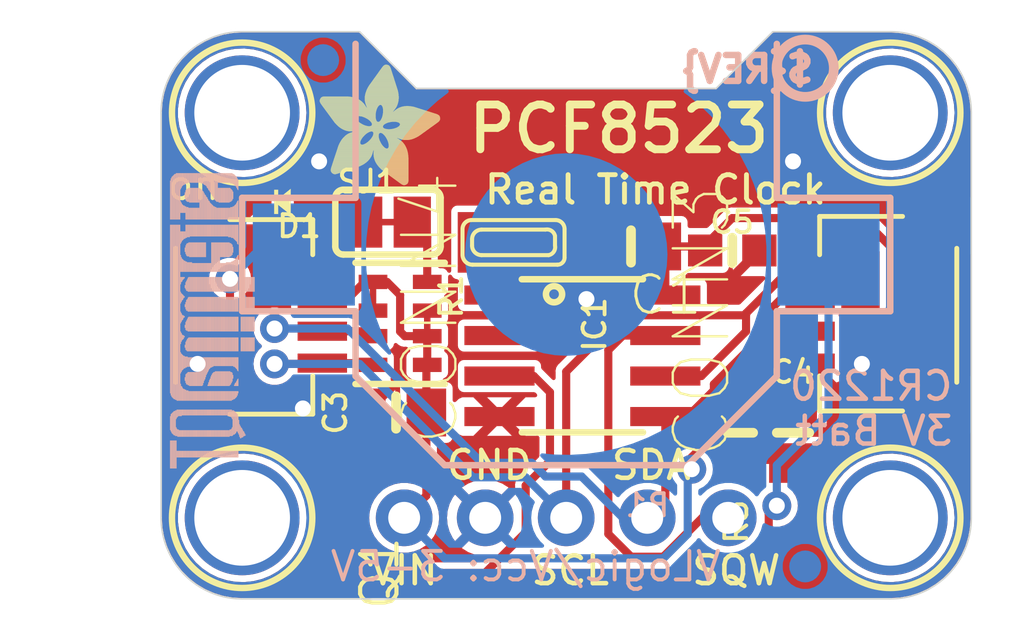
<source format=kicad_pcb>
(kicad_pcb (version 20221018) (generator pcbnew)
  (layers (0 "F.Cu" signal) (1 "In1.Cu" signal) (2 "In2.Cu" signal) (3 "In3.Cu" signal) (4 "In4.Cu" signal) (5 "In5.Cu" signal) (6 "In6.Cu" signal) (7 "In7.Cu" signal) (8 "In8.Cu" signal) (9 "In9.Cu" signal) (10 "In10.Cu" signal) (11 "In11.Cu" signal) (12 "In12.Cu" signal) (13 "In13.Cu" signal) (14 "In14.Cu" signal) (31 "B.Cu" signal) (34 "B.Paste" user) (35 "F.Paste" user) (36 "B.SilkS" user "B.Silkscreen") (37 "F.SilkS" user "F.Silkscreen") (38 "B.Mask" user) (39 "F.Mask" user) (44 "Edge.Cuts" user))
  (net 0 "")
  (net 1 "GND")
  (net 2 "VCC")
  (net 3 "SDA")
  (net 4 "SCL")
  (net 5 "N$14")
  (net 6 "N$15")
  (net 7 "VBAT")
  (net 8 "SQW")
  (net 9 "VDD")
  (net 10 "N$4")
  (net 11 "N$1")
  (footprint "working:JST_SH4" (layer "F.Cu") (at 158.6611 105.0036 90)
    (fp_text reference "CONN3" (at -4.6 -5.9 90) (layer "F.SilkS") (effects (font (size 1.703222 1.703222) (thickness 0.074778)) (justify left)))
    (fp_text value "STEMMA_I2C_QT" hide)
    (pad "1" smd rect (at -1.5 -2.514 180) (size 1.55 0.6) (layers "F.Cu" "F.Paste" "F.Mask") (net 1 "GND"))
    (pad "2" smd rect (at -0.5 -2.514 180) (size 1.55 0.6) (layers "F.Cu" "F.Paste" "F.Mask") (net 2 "VCC"))
    (pad "3" smd rect (at 0.5 -2.514 180) (size 1.55 0.6) (layers "F.Cu" "F.Paste" "F.Mask") (net 3 "SDA"))
    (pad "4" smd rect (at 1.5 -2.514 180) (size 1.55 0.6) (layers "F.Cu" "F.Paste" "F.Mask") (net 4 "SCL"))
    (pad "MT1" smd rect (at -2.8 1.386 180) (size 1.8 1.2) (layers "F.Cu" "F.Paste" "F.Mask") (net 1 "GND"))
    (pad "MT2" smd rect (at 2.8 1.386 180) (size 1.8 1.2) (layers "F.Cu" "F.Paste" "F.Mask") (net 1 "GND"))
  )
  (footprint "working:CHIPLED_0603_NOOUTLINE" (layer "F.Cu") (at 139.6111 101.4476 90)
    (fp_text reference "D1" (at -0.762 1.27) (layer "F.SilkS") (effects (font (size 0.692831 0.692831) (thickness 0.119969)) (justify right)))
    (fp_text value "GREEN")
    (pad "A" smd rect (at 0 0.75 90) (size 0.8 0.8) (layers "F.Cu" "F.Paste" "F.Mask") (net 10 "N$4"))
    (pad "C" smd rect (at 0 -0.75 90) (size 0.8 0.8) (layers "F.Cu" "F.Paste" "F.Mask") (net 1 "GND"))
  )
  (footprint "working:ADAFRUIT_3.5MM" (layer "F.Cu") (at 140.7541 100.9396)
    (fp_text reference "U$22" hide)
    (fp_text value "" hide)
  )
  (footprint "working:0603-NO" (layer "F.Cu") (at 153.9621 108.6866 -90)
    (fp_text reference "R3" (at 2.032 0.127 90) (layer "F.SilkS") (effects (font (size 0.692831 0.692831) (thickness 0.119969)) (justify right)))
    (fp_text value "1K")
    (pad "1" smd rect (at -0.85 0 270) (size 1.075 1) (layers "F.Cu" "F.Paste" "F.Mask") (net 2 "VCC"))
    (pad "2" smd rect (at 0.85 0 270) (size 1.075 1) (layers "F.Cu" "F.Paste" "F.Mask") (net 9 "VDD"))
  )
  (footprint "working:SOIC8_150MIL" (layer "F.Cu") (at 149.0091 106.2736 -90)
    (fp_text reference "IC1" (at -1.905 -0.381 90) (layer "F.SilkS") (effects (font (size 0.692831 0.692831) (thickness 0.119969)) (justify right)))
    (fp_text value "RTC_PCF8523T")
    (pad "1" smd rect (at -1.905 2.6 270) (size 0.6 2.2) (layers "F.Cu" "F.Paste" "F.Mask") (net 5 "N$14"))
    (pad "2" smd rect (at -0.635 2.6 270) (size 0.6 2.2) (layers "F.Cu" "F.Paste" "F.Mask") (net 6 "N$15"))
    (pad "3" smd rect (at 0.635 2.6 270) (size 0.6 2.2) (layers "F.Cu" "F.Paste" "F.Mask") (net 7 "VBAT"))
    (pad "4" smd rect (at 1.905 2.6 270) (size 0.6 2.2) (layers "F.Cu" "F.Paste" "F.Mask") (net 1 "GND"))
    (pad "5" smd rect (at 1.905 -2.6 270) (size 0.6 2.2) (layers "F.Cu" "F.Paste" "F.Mask") (net 3 "SDA"))
    (pad "6" smd rect (at 0.635 -2.6 270) (size 0.6 2.2) (layers "F.Cu" "F.Paste" "F.Mask") (net 4 "SCL"))
    (pad "7" smd rect (at -0.635 -2.6 270) (size 0.6 2.2) (layers "F.Cu" "F.Paste" "F.Mask") (net 8 "SQW"))
    (pad "8" smd rect (at -1.905 -2.6 270) (size 0.6 2.2) (layers "F.Cu" "F.Paste" "F.Mask") (net 9 "VDD"))
  )
  (footprint "working:RESPACK_4X0603" (layer "F.Cu") (at 143.2941 105.2576 -90)
    (fp_text reference "R1" (at -1.6 -1.6 90) (layer "F.SilkS") (effects (font (size 0.692831 0.692831) (thickness 0.119969)) (justify right)))
    (fp_text value "10K")
    (pad "1" smd rect (at -1.3 0.85 270) (size 0.45 0.9) (layers "F.Cu" "F.Paste" "F.Mask") (net 2 "VCC"))
    (pad "2" smd rect (at -0.4 0.85 270) (size 0.45 0.9) (layers "F.Cu" "F.Paste" "F.Mask") (net 2 "VCC"))
    (pad "3" smd rect (at 0.4 0.85 270) (size 0.45 0.9) (layers "F.Cu" "F.Paste" "F.Mask") (net 3 "SDA"))
    (pad "4" smd rect (at 1.3 0.85 270) (size 0.45 0.9) (layers "F.Cu" "F.Paste" "F.Mask") (net 4 "SCL"))
    (pad "5" smd rect (at 1.3 -0.85 270) (size 0.45 0.9) (layers "F.Cu" "F.Paste" "F.Mask") (net 2 "VCC"))
    (pad "6" smd rect (at 0.4 -0.85 270) (size 0.45 0.9) (layers "F.Cu" "F.Paste" "F.Mask") (net 2 "VCC"))
    (pad "7" smd rect (at -0.4 -0.85 270) (size 0.45 0.9) (layers "F.Cu" "F.Paste" "F.Mask") (net 2 "VCC"))
    (pad "8" smd rect (at -1.3 -0.85 270) (size 0.45 0.9) (layers "F.Cu" "F.Paste" "F.Mask") (net 11 "N$1"))
  )
  (footprint "working:MOUNTINGHOLE_3.0_PLATEDTHIN" (layer "F.Cu") (at 138.3411 111.3536)
    (fp_text reference "U$19" hide)
    (fp_text value "MOUNTINGHOLE3.0THIN" hide)
    (pad "P$1" thru_hole circle (at 0 0) (size 3.6 3.6) (drill 3) (layers "*.Cu" "*.Mask"))
    (zone (net 0) (net_name "") (layer "F.Cu") (connect_pads (clearance 0)) (min_thickness 0.25)
      (keepout (tracks not_allowed) (vias not_allowed) (pads not_allowed) (copperpour not_allowed) (footprints allowed))
      (fill (thermal_gap 0.5) (thermal_bridge_width 0.5))
      (polygon (pts (xy 140.3571 111.3536) (xy 140.33748 111.073027) (xy 140.279004 110.797915) (xy 140.182808 110.533619) (xy 140.050765 110.285283) (xy 139.885446 110.05774) (xy 139.690067 109.85542) (xy 139.468433 109.68226) (xy 139.224856 109.541631) (xy 138.964078 109.43627) (xy 138.691175 109.368228) (xy 138.411457 109.338828) (xy 138.130371 109.348644) (xy 137.853385 109.397484) (xy 137.585893 109.484397) (xy 137.3331 109.607693) (xy 137.099926 109.76497) (xy 136.890911 109.953169) (xy 136.710122 110.168625) (xy 136.561078 110.407145) (xy 136.44668 110.664087) (xy 136.369154 110.93445) (xy 136.330011 111.212971) (xy 136.330011 111.494229) (xy 136.369154 111.77275) (xy 136.44668 112.043113) (xy 136.561078 112.300055) (xy 136.710122 112.538575) (xy 136.890911 112.754031) (xy 137.099926 112.94223) (xy 137.3331 113.099507) (xy 137.585893 113.222803) (xy 137.853385 113.309716) (xy 138.130371 113.358556) (xy 138.411457 113.368372) (xy 138.691175 113.338972) (xy 138.964078 113.27093) (xy 139.224856 113.165569) (xy 139.468433 113.02494) (xy 139.690067 112.85178) (xy 139.885446 112.64946) (xy 140.050765 112.421917) (xy 140.182808 112.173581) (xy 140.279004 111.909285) (xy 140.33748 111.634173)))
      (polygon (pts (xy 138.3251 111.3536) (xy 138.329786 111.364914) (xy 138.3411 111.3696) (xy 138.352414 111.364914) (xy 138.3571 111.3536) (xy 138.352414 111.342286) (xy 138.3411 111.3376) (xy 138.329786 111.342286)))
    )
    (zone (net 0) (net_name "") (layer "B.Cu") (connect_pads (clearance 0)) (min_thickness 0.25)
      (keepout (tracks not_allowed) (vias not_allowed) (pads not_allowed) (copperpour not_allowed) (footprints allowed))
      (fill (thermal_gap 0.5) (thermal_bridge_width 0.5))
      (polygon (pts (xy 140.3571 111.3536) (xy 140.33748 111.073027) (xy 140.279004 110.797915) (xy 140.182808 110.533619) (xy 140.050765 110.285283) (xy 139.885446 110.05774) (xy 139.690067 109.85542) (xy 139.468433 109.68226) (xy 139.224856 109.541631) (xy 138.964078 109.43627) (xy 138.691175 109.368228) (xy 138.411457 109.338828) (xy 138.130371 109.348644) (xy 137.853385 109.397484) (xy 137.585893 109.484397) (xy 137.3331 109.607693) (xy 137.099926 109.76497) (xy 136.890911 109.953169) (xy 136.710122 110.168625) (xy 136.561078 110.407145) (xy 136.44668 110.664087) (xy 136.369154 110.93445) (xy 136.330011 111.212971) (xy 136.330011 111.494229) (xy 136.369154 111.77275) (xy 136.44668 112.043113) (xy 136.561078 112.300055) (xy 136.710122 112.538575) (xy 136.890911 112.754031) (xy 137.099926 112.94223) (xy 137.3331 113.099507) (xy 137.585893 113.222803) (xy 137.853385 113.309716) (xy 138.130371 113.358556) (xy 138.411457 113.368372) (xy 138.691175 113.338972) (xy 138.964078 113.27093) (xy 139.224856 113.165569) (xy 139.468433 113.02494) (xy 139.690067 112.85178) (xy 139.885446 112.64946) (xy 140.050765 112.421917) (xy 140.182808 112.173581) (xy 140.279004 111.909285) (xy 140.33748 111.634173)))
      (polygon (pts (xy 138.3251 111.3536) (xy 138.329786 111.364914) (xy 138.3411 111.3696) (xy 138.352414 111.364914) (xy 138.3571 111.3536) (xy 138.352414 111.342286) (xy 138.3411 111.3376) (xy 138.329786 111.342286)))
    )
  )
  (footprint "working:0805-NO" (layer "F.Cu") (at 155.6131 108.6866 90)
    (fp_text reference "C4" (at 1.905 -0.762) (layer "F.SilkS") (effects (font (size 0.692831 0.692831) (thickness 0.119969)) (justify left)))
    (fp_text value "10uF")
    (pad "1" smd rect (at -0.95 0 90) (size 1.24 1.5) (layers "F.Cu" "F.Paste" "F.Mask") (net 9 "VDD"))
    (pad "2" smd rect (at 0.95 0 90) (size 1.24 1.5) (layers "F.Cu" "F.Paste" "F.Mask") (net 1 "GND"))
  )
  (footprint "working:SOLDERJUMPER_CLOSEDWIRE" (layer "F.Cu") (at 142.9131 102.0826)
    (fp_text reference "SJ1" (at -1.651 -1.27) (layer "F.SilkS") (effects (font (size 0.692831 0.692831) (thickness 0.119969)) (justify left)))
    (fp_text value "")
    (pad "1" smd rect (at -0.762 0) (size 1.1684 1.6002) (layers "F.Cu") (net 10 "N$4"))
    (pad "2" smd rect (at 0.762 0) (size 1.1684 1.6002) (layers "F.Cu") (net 11 "N$1"))
    (pad "WIRE" smd rect (at 0 0 180) (size 0.635 0.2032) (layers "F.Cu"))
  )
  (footprint "working:1X05_ROUND_70" (layer "F.Cu") (at 148.5011 111.3536 180)
    (fp_text reference "JP2" hide)
    (fp_text value "")
    (pad "1" thru_hole circle (at -5.08 0 270) (size 1.778 1.778) (drill 1) (layers "*.Cu" "*.Mask") (net 8 "SQW"))
    (pad "2" thru_hole circle (at -2.54 0 270) (size 1.778 1.778) (drill 1) (layers "*.Cu" "*.Mask") (net 3 "SDA"))
    (pad "3" thru_hole circle (at 0 0 270) (size 1.778 1.778) (drill 1) (layers "*.Cu" "*.Mask") (net 4 "SCL"))
    (pad "4" thru_hole circle (at 2.54 0 270) (size 1.778 1.778) (drill 1) (layers "*.Cu" "*.Mask") (net 1 "GND"))
    (pad "5" thru_hole circle (at 5.08 0 270) (size 1.778 1.778) (drill 1) (layers "*.Cu" "*.Mask") (net 2 "VCC"))
  )
  (footprint "working:MOUNTINGHOLE_3.0_PLATEDTHIN" (layer "F.Cu") (at 158.6611 111.3536)
    (fp_text reference "U$21" hide)
    (fp_text value "MOUNTINGHOLE3.0THIN" hide)
    (pad "P$1" thru_hole circle (at 0 0) (size 3.6 3.6) (drill 3) (layers "*.Cu" "*.Mask"))
    (zone (net 0) (net_name "") (layer "F.Cu") (connect_pads (clearance 0)) (min_thickness 0.25)
      (keepout (tracks not_allowed) (vias not_allowed) (pads not_allowed) (copperpour not_allowed) (footprints allowed))
      (fill (thermal_gap 0.5) (thermal_bridge_width 0.5))
      (polygon (pts (xy 160.6771 111.3536) (xy 160.65748 111.073027) (xy 160.599004 110.797915) (xy 160.502808 110.533619) (xy 160.370765 110.285283) (xy 160.205446 110.05774) (xy 160.010067 109.85542) (xy 159.788433 109.68226) (xy 159.544856 109.541631) (xy 159.284078 109.43627) (xy 159.011175 109.368228) (xy 158.731457 109.338828) (xy 158.450371 109.348644) (xy 158.173385 109.397484) (xy 157.905893 109.484397) (xy 157.6531 109.607693) (xy 157.419926 109.76497) (xy 157.210911 109.953169) (xy 157.030122 110.168625) (xy 156.881078 110.407145) (xy 156.76668 110.664087) (xy 156.689154 110.93445) (xy 156.650011 111.212971) (xy 156.650011 111.494229) (xy 156.689154 111.77275) (xy 156.76668 112.043113) (xy 156.881078 112.300055) (xy 157.030122 112.538575) (xy 157.210911 112.754031) (xy 157.419926 112.94223) (xy 157.6531 113.099507) (xy 157.905893 113.222803) (xy 158.173385 113.309716) (xy 158.450371 113.358556) (xy 158.731457 113.368372) (xy 159.011175 113.338972) (xy 159.284078 113.27093) (xy 159.544856 113.165569) (xy 159.788433 113.02494) (xy 160.010067 112.85178) (xy 160.205446 112.64946) (xy 160.370765 112.421917) (xy 160.502808 112.173581) (xy 160.599004 111.909285) (xy 160.65748 111.634173)))
      (polygon (pts (xy 158.6451 111.3536) (xy 158.649786 111.364914) (xy 158.6611 111.3696) (xy 158.672414 111.364914) (xy 158.6771 111.3536) (xy 158.672414 111.342286) (xy 158.6611 111.3376) (xy 158.649786 111.342286)))
    )
    (zone (net 0) (net_name "") (layer "B.Cu") (connect_pads (clearance 0)) (min_thickness 0.25)
      (keepout (tracks not_allowed) (vias not_allowed) (pads not_allowed) (copperpour not_allowed) (footprints allowed))
      (fill (thermal_gap 0.5) (thermal_bridge_width 0.5))
      (polygon (pts (xy 160.6771 111.3536) (xy 160.65748 111.073027) (xy 160.599004 110.797915) (xy 160.502808 110.533619) (xy 160.370765 110.285283) (xy 160.205446 110.05774) (xy 160.010067 109.85542) (xy 159.788433 109.68226) (xy 159.544856 109.541631) (xy 159.284078 109.43627) (xy 159.011175 109.368228) (xy 158.731457 109.338828) (xy 158.450371 109.348644) (xy 158.173385 109.397484) (xy 157.905893 109.484397) (xy 157.6531 109.607693) (xy 157.419926 109.76497) (xy 157.210911 109.953169) (xy 157.030122 110.168625) (xy 156.881078 110.407145) (xy 156.76668 110.664087) (xy 156.689154 110.93445) (xy 156.650011 111.212971) (xy 156.650011 111.494229) (xy 156.689154 111.77275) (xy 156.76668 112.043113) (xy 156.881078 112.300055) (xy 157.030122 112.538575) (xy 157.210911 112.754031) (xy 157.419926 112.94223) (xy 157.6531 113.099507) (xy 157.905893 113.222803) (xy 158.173385 113.309716) (xy 158.450371 113.358556) (xy 158.731457 113.368372) (xy 159.011175 113.338972) (xy 159.284078 113.27093) (xy 159.544856 113.165569) (xy 159.788433 113.02494) (xy 160.010067 112.85178) (xy 160.205446 112.64946) (xy 160.370765 112.421917) (xy 160.502808 112.173581) (xy 160.599004 111.909285) (xy 160.65748 111.634173)))
      (polygon (pts (xy 158.6451 111.3536) (xy 158.649786 111.364914) (xy 158.6611 111.3696) (xy 158.672414 111.364914) (xy 158.6771 111.3536) (xy 158.672414 111.342286) (xy 158.6611 111.3376) (xy 158.649786 111.342286)))
    )
  )
  (footprint "working:FIDUCIAL_1MM" (layer "F.Cu") (at 142.2781 109.8296)
    (fp_text reference "FID3" hide)
    (fp_text value "FIDUCIAL_1MM" hide)
    (pad "1" smd roundrect (at 0 0) (size 1 1) (layers "F.Cu" "F.Mask") (roundrect_rratio 0.5))
  )
  (footprint "working:FIDUCIAL_1MM" (layer "F.Cu") (at 155.3591 97.3836)
    (fp_text reference "FID4" hide)
    (fp_text value "FIDUCIAL_1MM" hide)
    (pad "1" smd roundrect (at 0 0) (size 1 1) (layers "F.Cu" "F.Mask") (roundrect_rratio 0.5))
  )
  (footprint "working:0805-NO" (layer "F.Cu") (at 143.1671 108.0516 180)
    (fp_text reference "C3" (at 1.905 -0.762 90) (layer "F.SilkS") (effects (font (size 0.692831 0.692831) (thickness 0.119969)) (justify left)))
    (fp_text value "10uF")
    (pad "1" smd rect (at -0.95 0 180) (size 1.24 1.5) (layers "F.Cu" "F.Paste" "F.Mask") (net 2 "VCC"))
    (pad "2" smd rect (at 0.95 0 180) (size 1.24 1.5) (layers "F.Cu" "F.Paste" "F.Mask") (net 1 "GND"))
  )
  (footprint "working:MOUNTINGHOLE_3.0_PLATEDTHIN" (layer "F.Cu") (at 158.6611 98.6536)
    (fp_text reference "U$17" hide)
    (fp_text value "MOUNTINGHOLE3.0THIN" hide)
    (pad "P$1" thru_hole circle (at 0 0) (size 3.6 3.6) (drill 3) (layers "*.Cu" "*.Mask"))
    (zone (net 0) (net_name "") (layer "F.Cu") (connect_pads (clearance 0)) (min_thickness 0.25)
      (keepout (tracks not_allowed) (vias not_allowed) (pads not_allowed) (copperpour not_allowed) (footprints allowed))
      (fill (thermal_gap 0.5) (thermal_bridge_width 0.5))
      (polygon (pts (xy 160.6771 98.6536) (xy 160.65748 98.373027) (xy 160.599004 98.097915) (xy 160.502808 97.833619) (xy 160.370765 97.585283) (xy 160.205446 97.35774) (xy 160.010067 97.15542) (xy 159.788433 96.98226) (xy 159.544856 96.841631) (xy 159.284078 96.73627) (xy 159.011175 96.668228) (xy 158.731457 96.638828) (xy 158.450371 96.648644) (xy 158.173385 96.697484) (xy 157.905893 96.784397) (xy 157.6531 96.907693) (xy 157.419926 97.06497) (xy 157.210911 97.253169) (xy 157.030122 97.468625) (xy 156.881078 97.707145) (xy 156.76668 97.964087) (xy 156.689154 98.23445) (xy 156.650011 98.512971) (xy 156.650011 98.794229) (xy 156.689154 99.07275) (xy 156.76668 99.343113) (xy 156.881078 99.600055) (xy 157.030122 99.838575) (xy 157.210911 100.054031) (xy 157.419926 100.24223) (xy 157.6531 100.399507) (xy 157.905893 100.522803) (xy 158.173385 100.609716) (xy 158.450371 100.658556) (xy 158.731457 100.668372) (xy 159.011175 100.638972) (xy 159.284078 100.57093) (xy 159.544856 100.465569) (xy 159.788433 100.32494) (xy 160.010067 100.15178) (xy 160.205446 99.94946) (xy 160.370765 99.721917) (xy 160.502808 99.473581) (xy 160.599004 99.209285) (xy 160.65748 98.934173)))
      (polygon (pts (xy 158.6451 98.6536) (xy 158.649786 98.664914) (xy 158.6611 98.6696) (xy 158.672414 98.664914) (xy 158.6771 98.6536) (xy 158.672414 98.642286) (xy 158.6611 98.6376) (xy 158.649786 98.642286)))
    )
    (zone (net 0) (net_name "") (layer "B.Cu") (connect_pads (clearance 0)) (min_thickness 0.25)
      (keepout (tracks not_allowed) (vias not_allowed) (pads not_allowed) (copperpour not_allowed) (footprints allowed))
      (fill (thermal_gap 0.5) (thermal_bridge_width 0.5))
      (polygon (pts (xy 160.6771 98.6536) (xy 160.65748 98.373027) (xy 160.599004 98.097915) (xy 160.502808 97.833619) (xy 160.370765 97.585283) (xy 160.205446 97.35774) (xy 160.010067 97.15542) (xy 159.788433 96.98226) (xy 159.544856 96.841631) (xy 159.284078 96.73627) (xy 159.011175 96.668228) (xy 158.731457 96.638828) (xy 158.450371 96.648644) (xy 158.173385 96.697484) (xy 157.905893 96.784397) (xy 157.6531 96.907693) (xy 157.419926 97.06497) (xy 157.210911 97.253169) (xy 157.030122 97.468625) (xy 156.881078 97.707145) (xy 156.76668 97.964087) (xy 156.689154 98.23445) (xy 156.650011 98.512971) (xy 156.650011 98.794229) (xy 156.689154 99.07275) (xy 156.76668 99.343113) (xy 156.881078 99.600055) (xy 157.030122 99.838575) (xy 157.210911 100.054031) (xy 157.419926 100.24223) (xy 157.6531 100.399507) (xy 157.905893 100.522803) (xy 158.173385 100.609716) (xy 158.450371 100.658556) (xy 158.731457 100.668372) (xy 159.011175 100.638972) (xy 159.284078 100.57093) (xy 159.544856 100.465569) (xy 159.788433 100.32494) (xy 160.010067 100.15178) (xy 160.205446 99.94946) (xy 160.370765 99.721917) (xy 160.502808 99.473581) (xy 160.599004 99.209285) (xy 160.65748 98.934173)))
      (polygon (pts (xy 158.6451 98.6536) (xy 158.649786 98.664914) (xy 158.6611 98.6696) (xy 158.672414 98.664914) (xy 158.6771 98.6536) (xy 158.672414 98.642286) (xy 158.6611 98.6376) (xy 158.649786 98.642286)))
    )
  )
  (footprint "working:0603-NO" (layer "F.Cu") (at 153.7081 102.9716)
    (fp_text reference "C5" (at -0.762 -0.889) (layer "F.SilkS") (effects (font (size 0.692831 0.692831) (thickness 0.119969)) (justify left)))
    (fp_text value "0.1uF")
    (pad "1" smd rect (at -0.85 0) (size 1.075 1) (layers "F.Cu" "F.Paste" "F.Mask") (net 9 "VDD"))
    (pad "2" smd rect (at 0.85 0) (size 1.075 1) (layers "F.Cu" "F.Paste" "F.Mask") (net 1 "GND"))
  )
  (footprint "working:XTAL3215" (layer "F.Cu") (at 146.8501 102.7176 180)
    (fp_text reference "Q1" (at 4.191 -9.144 90) (layer "F.SilkS") (effects (font (size 1.139139 1.139139) (thickness 0.130861)) (justify right)))
    (fp_text value "32.768")
    (pad "P$1" smd rect (at 1.2 0 180) (size 1.1 1.9) (layers "F.Cu" "F.Paste" "F.Mask") (net 5 "N$14"))
    (pad "P$2" smd rect (at -1.2 0) (size 1.1 1.9) (layers "F.Cu" "F.Paste" "F.Mask") (net 6 "N$15"))
  )
  (footprint "working:MOUNTINGHOLE_3.0_PLATEDTHIN" (layer "F.Cu") (at 138.3411 98.6536)
    (fp_text reference "U$9" hide)
    (fp_text value "MOUNTINGHOLE3.0THIN" hide)
    (pad "P$1" thru_hole circle (at 0 0) (size 3.6 3.6) (drill 3) (layers "*.Cu" "*.Mask"))
    (zone (net 0) (net_name "") (layer "F.Cu") (connect_pads (clearance 0)) (min_thickness 0.25)
      (keepout (tracks not_allowed) (vias not_allowed) (pads not_allowed) (copperpour not_allowed) (footprints allowed))
      (fill (thermal_gap 0.5) (thermal_bridge_width 0.5))
      (polygon (pts (xy 140.3571 98.6536) (xy 140.33748 98.373027) (xy 140.279004 98.097915) (xy 140.182808 97.833619) (xy 140.050765 97.585283) (xy 139.885446 97.35774) (xy 139.690067 97.15542) (xy 139.468433 96.98226) (xy 139.224856 96.841631) (xy 138.964078 96.73627) (xy 138.691175 96.668228) (xy 138.411457 96.638828) (xy 138.130371 96.648644) (xy 137.853385 96.697484) (xy 137.585893 96.784397) (xy 137.3331 96.907693) (xy 137.099926 97.06497) (xy 136.890911 97.253169) (xy 136.710122 97.468625) (xy 136.561078 97.707145) (xy 136.44668 97.964087) (xy 136.369154 98.23445) (xy 136.330011 98.512971) (xy 136.330011 98.794229) (xy 136.369154 99.07275) (xy 136.44668 99.343113) (xy 136.561078 99.600055) (xy 136.710122 99.838575) (xy 136.890911 100.054031) (xy 137.099926 100.24223) (xy 137.3331 100.399507) (xy 137.585893 100.522803) (xy 137.853385 100.609716) (xy 138.130371 100.658556) (xy 138.411457 100.668372) (xy 138.691175 100.638972) (xy 138.964078 100.57093) (xy 139.224856 100.465569) (xy 139.468433 100.32494) (xy 139.690067 100.15178) (xy 139.885446 99.94946) (xy 140.050765 99.721917) (xy 140.182808 99.473581) (xy 140.279004 99.209285) (xy 140.33748 98.934173)))
      (polygon (pts (xy 138.3251 98.6536) (xy 138.329786 98.664914) (xy 138.3411 98.6696) (xy 138.352414 98.664914) (xy 138.3571 98.6536) (xy 138.352414 98.642286) (xy 138.3411 98.6376) (xy 138.329786 98.642286)))
    )
    (zone (net 0) (net_name "") (layer "B.Cu") (connect_pads (clearance 0)) (min_thickness 0.25)
      (keepout (tracks not_allowed) (vias not_allowed) (pads not_allowed) (copperpour not_allowed) (footprints allowed))
      (fill (thermal_gap 0.5) (thermal_bridge_width 0.5))
      (polygon (pts (xy 140.3571 98.6536) (xy 140.33748 98.373027) (xy 140.279004 98.097915) (xy 140.182808 97.833619) (xy 140.050765 97.585283) (xy 139.885446 97.35774) (xy 139.690067 97.15542) (xy 139.468433 96.98226) (xy 139.224856 96.841631) (xy 138.964078 96.73627) (xy 138.691175 96.668228) (xy 138.411457 96.638828) (xy 138.130371 96.648644) (xy 137.853385 96.697484) (xy 137.585893 96.784397) (xy 137.3331 96.907693) (xy 137.099926 97.06497) (xy 136.890911 97.253169) (xy 136.710122 97.468625) (xy 136.561078 97.707145) (xy 136.44668 97.964087) (xy 136.369154 98.23445) (xy 136.330011 98.512971) (xy 136.330011 98.794229) (xy 136.369154 99.07275) (xy 136.44668 99.343113) (xy 136.561078 99.600055) (xy 136.710122 99.838575) (xy 136.890911 100.054031) (xy 137.099926 100.24223) (xy 137.3331 100.399507) (xy 137.585893 100.522803) (xy 137.853385 100.609716) (xy 138.130371 100.658556) (xy 138.411457 100.668372) (xy 138.691175 100.638972) (xy 138.964078 100.57093) (xy 139.224856 100.465569) (xy 139.468433 100.32494) (xy 139.690067 100.15178) (xy 139.885446 99.94946) (xy 140.050765 99.721917) (xy 140.182808 99.473581) (xy 140.279004 99.209285) (xy 140.33748 98.934173)))
      (polygon (pts (xy 138.3251 98.6536) (xy 138.329786 98.664914) (xy 138.3411 98.6696) (xy 138.352414 98.664914) (xy 138.3571 98.6536) (xy 138.352414 98.642286) (xy 138.3411 98.6376) (xy 138.329786 98.642286)))
    )
  )
  (footprint "working:JST_SH4" (layer "F.Cu") (at 138.3411 105.0036 -90)
    (fp_text reference "CONN4" (at -4.6 -5.9 90) (layer "F.SilkS") (effects (font (size 1.703222 1.703222) (thickness 0.074778)) (justify right)))
    (fp_text value "STEMMA_I2C_QT" hide)
    (pad "1" smd rect (at -1.5 -2.514) (size 1.55 0.6) (layers "F.Cu" "F.Paste" "F.Mask") (net 1 "GND"))
    (pad "2" smd rect (at -0.5 -2.514) (size 1.55 0.6) (layers "F.Cu" "F.Paste" "F.Mask") (net 2 "VCC"))
    (pad "3" smd rect (at 0.5 -2.514) (size 1.55 0.6) (layers "F.Cu" "F.Paste" "F.Mask") (net 3 "SDA"))
    (pad "4" smd rect (at 1.5 -2.514) (size 1.55 0.6) (layers "F.Cu" "F.Paste" "F.Mask") (net 4 "SCL"))
    (pad "MT1" smd rect (at -2.8 1.386) (size 1.8 1.2) (layers "F.Cu" "F.Paste" "F.Mask") (net 1 "GND"))
    (pad "MT2" smd rect (at 2.8 1.386) (size 1.8 1.2) (layers "F.Cu" "F.Paste" "F.Mask") (net 1 "GND"))
  )
  (footprint "working:0805-NO" (layer "F.Cu") (at 150.5331 102.8446 180)
    (fp_text reference "C1" (at -2.286 -1.524) (layer "F.SilkS") (effects (font (size 1.176691 1.176691) (thickness 0.093309)) (justify right)))
    (fp_text value "10uF")
    (pad "1" smd rect (at -0.95 0 180) (size 1.24 1.5) (layers "F.Cu" "F.Paste" "F.Mask") (net 9 "VDD"))
    (pad "2" smd rect (at 0.95 0 180) (size 1.24 1.5) (layers "F.Cu" "F.Paste" "F.Mask") (net 1 "GND"))
  )
  (footprint "working:FIDUCIAL_1MM" (layer "B.Cu") (at 140.8811 97.0026 180)
    (fp_text reference "FID1" hide)
    (fp_text value "FIDUCIAL_1MM" hide)
    (pad "1" smd roundrect (at 0 0 180) (size 1 1) (layers "B.Cu" "B.Mask") (roundrect_rratio 0.5))
  )
  (footprint "working:FIDUCIAL_1MM" (layer "B.Cu") (at 155.9941 112.8776 180)
    (fp_text reference "FID2" hide)
    (fp_text value "FIDUCIAL_1MM" hide)
    (pad "1" smd roundrect (at 0 0 180) (size 1 1) (layers "B.Cu" "B.Mask") (roundrect_rratio 0.5))
  )
  (footprint "working:PCBFEAT-REV-040" (layer "B.Cu") (at 155.9941 97.2566 180)
    (fp_text reference "U$25" hide)
    (fp_text value "" hide)
    (fp_text user "${REV}" (at -0.3556 -0.508) (layer "B.SilkS") (effects (font (size 0.8128 0.8128) (thickness 0.2032)) (justify left bottom mirror)))
  )
  (footprint "working:STEMMAQT" (layer "B.Cu") (at 138.7221 100.5586 -90)
    (fp_text reference "U$31" hide)
    (fp_text value "" hide)
  )
  (footprint "working:CR1220" (layer "B.Cu") (at 148.5011 103.0986 180)
    (fp_text reference "B1" (at -3.302 -7.86) (layer "B.SilkS") (effects (font (size 0.692831 0.692831) (thickness 0.119969)) (justify left mirror)))
    (fp_text value "CR1220")
    (pad "+$1" smd rect (at -8.2254 0 180) (size 3.2 3.2) (layers "B.Cu" "B.Paste" "B.Mask") (net 7 "VBAT"))
    (pad "+$2" smd rect (at 8.2254 0 180) (size 3.2 3.2) (layers "B.Cu" "B.Paste" "B.Mask") (net 7 "VBAT"))
    (pad "-" smd roundrect (at 0 0 180) (size 6.35 6.35) (layers "B.Cu" "B.Mask") (roundrect_rratio 0.5) (net 1 "GND"))
    (zone (net 0) (net_name "") (layer "B.Cu") (connect_pads (clearance 0)) (min_thickness 0.25)
      (keepout (tracks not_allowed) (vias not_allowed) (pads not_allowed) (copperpour not_allowed) (footprints allowed))
      (fill (thermal_gap 0.5) (thermal_bridge_width 0.5))
      (polygon (pts (xy 142.218985 103.0986) (xy 142.238844 102.599485) (xy 142.298295 102.103525) (xy 142.396961 101.613857) (xy 142.534221 101.133576) (xy 142.709204 100.665718) (xy 142.920806 100.213242) (xy 143.167689 99.779007) (xy 143.448291 99.365761) (xy 143.760838 98.976114) (xy 144.103355 98.612532) (xy 144.473676 98.277311) (xy 144.86946 97.972573) (xy 145.288204 97.700242) (xy 145.72726 97.462042) (xy 146.183854 97.259478) (xy 146.655099 97.093831) (xy 147.138014 96.966148) (xy 147.629547 96.877236) (xy 148.126591 96.827658) (xy 148.626002 96.817727) (xy 149.124624 96.847505) (xy 149.619303 96.916805) (xy 150.106913 97.025188) (xy 150.58437 97.171969) (xy 151.048657 97.35622) (xy 151.496836 97.576777) (xy 151.926076 97.832244) (xy 152.333662 98.121007) (xy 152.717018 98.441239) (xy 153.073718 98.790917) (xy 153.40151 99.16783) (xy 153.698319 99.569594) (xy 153.96227 99.99367) (xy 154.191694 100.437376) (xy 154.385139 100.897907) (xy 154.541384 101.372352) (xy 154.659441 101.85771) (xy 154.738562 102.350914) (xy 154.778248 102.848845) (xy 154.778248 103.348355) (xy 154.738562 103.846286) (xy 154.659441 104.33949) (xy 154.541384 104.824848) (xy 154.385139 105.299293) (xy 154.191694 105.759824) (xy 153.96227 106.20353) (xy 153.698319 106.627606) (xy 153.40151 107.02937) (xy 153.073718 107.406283) (xy 152.717018 107.755961) (xy 152.333662 108.076193) (xy 151.926076 108.364956) (xy 151.496836 108.620423) (xy 151.048657 108.84098) (xy 150.58437 109.025231) (xy 150.106913 109.172012) (xy 149.619303 109.280395) (xy 149.124624 109.349695) (xy 148.626002 109.379473) (xy 148.126591 109.369542) (xy 147.629547 109.319964) (xy 147.138014 109.231052) (xy 146.655099 109.103369) (xy 146.183854 108.937722) (xy 145.72726 108.735158) (xy 145.288204 108.496958) (xy 144.86946 108.224627) (xy 144.473676 107.919889) (xy 144.103355 107.584668) (xy 143.760838 107.221086) (xy 143.448291 106.831439) (xy 143.167689 106.418193) (xy 142.920806 105.983958) (xy 142.709204 105.531482) (xy 142.534221 105.063624) (xy 142.396961 104.583343) (xy 142.298295 104.093675) (xy 142.238844 103.597715)))
    )
  )
  (gr_arc (start 158.6611 96.1136) (mid 160.457151 96.857549) (end 161.2011 98.6536) (stroke (width 0.05)) (layer "Edge.Cuts"))
  (gr_line (start 135.8011 98.6536) (end 135.8011 111.3536) (stroke (width 0.05)) (layer "Edge.Cuts"))
  (gr_line (start 138.3411 113.8936) (end 158.6611 113.8936) (stroke (width 0.05)) (layer "Edge.Cuts"))
  (gr_line (start 154.9781 96.1136) (end 153.2001 97.8916) (stroke (width 0.05)) (layer "Edge.Cuts"))
  (gr_arc (start 138.3411 113.8936) (mid 136.545049 113.149651) (end 135.8011 111.3536) (stroke (width 0.05)) (layer "Edge.Cuts"))
  (gr_line (start 142.0241 96.1136) (end 138.3411 96.1136) (stroke (width 0.05)) (layer "Edge.Cuts"))
  (gr_line (start 161.2011 111.3536) (end 161.2011 98.6536) (stroke (width 0.05)) (layer "Edge.Cuts"))
  (gr_line (start 158.6611 96.1136) (end 154.9781 96.1136) (stroke (width 0.05)) (layer "Edge.Cuts"))
  (gr_line (start 143.8021 97.8916) (end 142.0241 96.1136) (stroke (width 0.05)) (layer "Edge.Cuts"))
  (gr_line (start 153.2001 97.8916) (end 143.8021 97.8916) (stroke (width 0.05)) (layer "Edge.Cuts"))
  (gr_arc (start 135.8011 98.6536) (mid 136.545049 96.857549) (end 138.3411 96.1136) (stroke (width 0.05)) (layer "Edge.Cuts"))
  (gr_arc (start 161.2011 111.3536) (mid 160.457151 113.149651) (end 158.6611 113.8936) (stroke (width 0.05)) (layer "Edge.Cuts"))
  (gr_text "VLogic/Vcc: 3-5V" (at 147.2311 112.8776) (layer "B.SilkS") (effects (font (size 0.89408 0.89408) (thickness 0.12192)) (justify mirror)))
  (gr_text "CR1220\n3V Batt" (at 160.6931 107.9246) (layer "B.SilkS") (effects (font (size 0.87376 0.87376) (thickness 0.14224)) (justify left mirror)))
  (gr_text "VIN" (at 143.4211 113.0046) (layer "F.SilkS") (effects (font (size 0.87376 0.87376) (thickness 0.14224))))
  (gr_text "SQW" (at 153.8351 113.0046) (layer "F.SilkS") (effects (font (size 0.87376 0.87376) (thickness 0.14224))))
  (gr_text "GND" (at 146.0881 109.7026) (layer "F.SilkS") (effects (font (size 0.87376 0.87376) (thickness 0.14224))))
  (gr_text "SDA" (at 151.1681 109.7026) (layer "F.SilkS") (effects (font (size 0.87376 0.87376) (thickness 0.14224))))
  (gr_text "on" (at 135.9281 101.4476) (layer "F.SilkS") (effects (font (size 0.89408 0.89408) (thickness 0.12192)) (justify left bottom)))
  (gr_text "Real Time Clock" (at 151.2951 101.0666) (layer "F.SilkS") (effects (font (size 0.8636 0.8636) (thickness 0.1524))))
  (gr_text "SCL" (at 148.6281 113.0046) (layer "F.SilkS") (effects (font (size 0.87376 0.87376) (thickness 0.14224))))
  (gr_text "PCF8523" (at 150.1521 99.1616) (layer "F.SilkS") (effects (font (size 1.40335 1.40335) (thickness 0.24765))))
  (via (at 157.7721 106.5276) (size 0.9064) (drill 0.5) (layers "F.Cu" "B.Cu") (net 1))
  (via (at 140.2461 107.9246) (size 0.9064) (drill 0.5) (layers "F.Cu" "B.Cu") (net 1))
  (via (at 136.9441 106.5276) (size 0.9064) (drill 0.5) (layers "F.Cu" "B.Cu") (net 1))
  (via (at 155.6131 100.1776) (size 0.9064) (drill 0.5) (layers "F.Cu" "B.Cu") (net 1))
  (via (at 140.7541 100.1776) (size 0.9064) (drill 0.5) (layers "F.Cu" "B.Cu") (net 1))
  (via (at 149.1361 104.4956) (size 0.9064) (drill 0.5) (layers "F.Cu" "B.Cu") (net 1))
  (segment (start 149.1361 103.0986) (end 149.1361 104.4956) (width 0.254) (layer "B.Cu") (net 1))
  (segment (start 148.5011 103.0986) (end 149.1361 103.0986) (width 0.254) (layer "B.Cu") (net 1))
  (segment (start 153.9621 107.9246) (end 153.9621 107.8366) (width 0.254) (layer "F.Cu") (net 2))
  (segment (start 143.4401 105.6576) (end 144.1441 105.6576) (width 0.254) (layer "F.Cu") (net 2))
  (segment (start 144.1171 110.6576) (end 144.1171 108.0516) (width 0.254) (layer "F.Cu") (net 2))
  (segment (start 143.2941 105.5116) (end 143.4401 105.6576) (width 0.254) (layer "F.Cu") (net 2))
  (segment (start 144.1441 106.5576) (end 144.1171 106.5846) (width 0.254) (layer "F.Cu") (net 2))
  (segment (start 144.1171 110.6576) (end 143.4211 111.3536) (width 0.254) (layer "F.Cu") (net 2))
  (segment (start 153.9621 106.978707) (end 155.437206 105.5036) (width 0.254) (layer "F.Cu") (net 2))
  (segment (start 142.8831 103.9576) (end 143.2941 104.3686) (width 0.254) (layer "F.Cu") (net 2))
  (segment (start 142.1811 103.9576) (end 141.6351 104.5036) (width 0.254) (layer "F.Cu") (net 2))
  (segment (start 141.6351 104.5036) (end 140.8551 104.5036) (width 0.254) (layer "F.Cu") (net 2))
  (segment (start 155.437206 105.5036) (end 156.1471 105.5036) (width 0.254) (layer "F.Cu") (net 2))
  (segment (start 152.4381 109.4486) (end 153.9621 107.9246) (width 0.254) (layer "F.Cu") (net 2))
  (segment (start 144.1441 106.5576) (end 144.1441 105.6576) (width 0.254) (layer "F.Cu") (net 2))
  (segment (start 143.2941 104.3686) (end 143.2941 105.5116) (width 0.254) (layer "F.Cu") (net 2))
  (segment (start 142.4441 103.9576) (end 142.4441 104.8576) (width 0.2032) (layer "F.Cu") (net 2))
  (segment (start 142.4441 103.9576) (end 142.1811 103.9576) (width 0.254) (layer "F.Cu") (net 2))
  (segment (start 144.1171 106.5846) (end 144.1171 108.0516) (width 0.254) (layer "F.Cu") (net 2))
  (segment (start 142.4441 103.9576) (end 142.8831 103.9576) (width 0.254) (layer "F.Cu") (net 2))
  (segment (start 153.9621 107.8366) (end 153.9621 106.978707) (width 0.254) (layer "F.Cu") (net 2))
  (segment (start 144.1441 104.8576) (end 144.1441 105.6576) (width 0.2032) (layer "F.Cu") (net 2))
  (segment (start 152.4381 109.8296) (end 152.4381 109.4486) (width 0.254) (layer "F.Cu") (net 2))
  (via (at 152.4381 109.8296) (size 0.9064) (drill 0.5) (layers "F.Cu" "B.Cu") (net 2))
  (segment (start 151.5491 112.6236) (end 152.3111 111.8616) (width 0.254) (layer "B.Cu") (net 2))
  (segment (start 143.4211 111.3536) (end 144.6911 112.6236) (width 0.254) (layer "B.Cu") (net 2))
  (segment (start 144.6911 112.6236) (end 151.5491 112.6236) (width 0.254) (layer "B.Cu") (net 2))
  (segment (start 152.3111 109.9566) (end 152.4381 109.8296) (width 0.254) (layer "B.Cu") (net 2))
  (segment (start 152.3111 111.8616) (end 152.3111 109.9566) (width 0.254) (layer "B.Cu") (net 2))
  (segment (start 153.1319 107.162325) (end 154.5971 105.697125) (width 0.254) (layer "F.Cu") (net 3))
  (segment (start 154.5971 105.697125) (end 154.5971 105.1306) (width 0.254) (layer "F.Cu") (net 3))
  (segment (start 151.6091 111.0996) (end 151.3551 111.3536) (width 0.254) (layer "F.Cu") (net 3))
  (segment (start 151.6091 108.1786) (end 151.6091 111.0996) (width 0.254) (layer "F.Cu") (net 3))
  (segment (start 140.8551 105.5036) (end 140.7695 105.418) (width 0.254) (layer "F.Cu") (net 3))
  (segment (start 151.6091 108.1786) (end 152.3111 108.1786) (width 0.254) (layer "F.Cu") (net 3))
  (segment (start 151.0411 111.3536) (end 151.3551 111.3536) (width 0.254) (layer "F.Cu") (net 3))
  (segment (start 140.7695 105.418) (end 139.3571 105.418) (width 0.254) (layer "F.Cu") (net 3))
  (segment (start 155.2241 104.5036) (end 156.1471 104.5036) (width 0.254) (layer "F.Cu") (net 3))
  (segment (start 154.5971 105.1306) (end 155.2241 104.5036) (width 0.254) (layer "F.Cu") (net 3))
  (segment (start 142.2901 105.5036) (end 142.4441 105.6576) (width 0.254) (layer "F.Cu") (net 3))
  (segment (start 152.3111 108.1786) (end 153.1319 107.3578) (width 0.254) (layer "F.Cu") (net 3))
  (segment (start 140.8551 105.5036) (end 142.2901 105.5036) (width 0.254) (layer "F.Cu") (net 3))
  (segment (start 153.1319 107.3578) (end 153.1319 107.162325) (width 0.254) (layer "F.Cu") (net 3))
  (via (at 139.3571 105.418) (size 0.9064) (drill 0.5) (layers "F.Cu" "B.Cu") (net 3))
  (segment (start 148.9837 110.0582) (end 150.2791 111.3536) (width 0.254) (layer "B.Cu") (net 3))
  (segment (start 145.8515 109.6264) (end 141.6431 105.418) (width 0.254) (layer "B.Cu") (net 3))
  (segment (start 139.3571 105.418) (end 141.6431 105.418) (width 0.254) (layer "B.Cu") (net 3))
  (segment (start 147.420481 109.6264) (end 147.852281 110.0582) (width 0.254) (layer "B.Cu") (net 3))
  (segment (start 150.2791 111.3536) (end 151.0411 111.3536) (width 0.254) (layer "B.Cu") (net 3))
  (segment (start 147.852281 110.0582) (end 148.9837 110.0582) (width 0.254) (layer "B.Cu") (net 3))
  (segment (start 145.8515 109.6264) (end 147.420481 109.6264) (width 0.254) (layer "B.Cu") (net 3))
  (segment (start 150.262718 105.0084) (end 150.5283 105.0084) (width 0.254) (layer "F.Cu") (net 4))
  (segment (start 154.1399 104.941219) (end 155.577518 103.5036) (width 0.254) (layer "F.Cu") (net 4))
  (segment (start 140.8551 106.5036) (end 142.3901 106.5036) (width 0.254) (layer "F.Cu") (net 4))
  (segment (start 152.739043 106.9086) (end 154.1399 105.507744) (width 0.254) (layer "F.Cu") (net 4))
  (segment (start 140.8551 106.5036) (end 140.8311 106.5276) (width 0.254) (layer "F.Cu") (net 4))
  (segment (start 148.5011 106.770019) (end 150.262718 105.0084) (width 0.254) (layer "F.Cu") (net 4))
  (segment (start 140.8311 106.5276) (end 139.3571 106.5276) (width 0.254) (layer "F.Cu") (net 4))
  (segment (start 154.1399 105.0036) (end 154.1399 104.941219) (width 0.254) (layer "F.Cu") (net 4))
  (segment (start 155.577518 103.5036) (end 156.1471 103.5036) (width 0.254) (layer "F.Cu") (net 4))
  (segment (start 142.3901 106.5036) (end 142.4441 106.5576) (width 0.254) (layer "F.Cu") (net 4))
  (segment (start 151.6091 106.9086) (end 152.739043 106.9086) (width 0.254) (layer "F.Cu") (net 4))
  (segment (start 150.5283 105.0084) (end 150.5331 105.0036) (width 0.254) (layer "F.Cu") (net 4))
  (segment (start 150.5331 105.0036) (end 154.1399 105.0036) (width 0.254) (layer "F.Cu") (net 4))
  (segment (start 154.1399 105.507744) (end 154.1399 105.0036) (width 0.254) (layer "F.Cu") (net 4))
  (segment (start 148.5011 111.3536) (end 148.5011 106.770019) (width 0.254) (layer "F.Cu") (net 4))
  (via (at 139.3571 106.5276) (size 0.9064) (drill 0.5) (layers "F.Cu" "B.Cu") (net 4))
  (segment (start 147.2311 110.0836) (end 145.5801 110.0836) (width 0.254) (layer "B.Cu") (net 4))
  (segment (start 139.3571 106.5276) (end 142.0241 106.5276) (width 0.254) (layer "B.Cu") (net 4))
  (segment (start 145.5801 110.0836) (end 142.0241 106.5276) (width 0.254) (layer "B.Cu") (net 4))
  (segment (start 148.5011 111.3536) (end 147.2311 110.0836) (width 0.254) (layer "B.Cu") (net 4))
  (segment (start 145.6501 103.6096) (end 146.4091 104.3686) (width 0.254) (layer "F.Cu") (net 5))
  (segment (start 145.6501 102.7176) (end 145.6501 103.6096) (width 0.254) (layer "F.Cu") (net 5))
  (segment (start 148.0501 105.3276) (end 147.7391 105.6386) (width 0.254) (layer "F.Cu") (net 6))
  (segment (start 148.0501 102.7176) (end 148.0501 105.3276) (width 0.254) (layer "F.Cu") (net 6))
  (segment (start 147.7391 105.6386) (end 146.4091 105.6386) (width 0.254) (layer "F.Cu") (net 6))
  (segment (start 147.4851 106.9086) (end 147.9931 107.4166) (width 0.254) (layer "F.Cu") (net 7))
  (segment (start 147.2311 111.807813) (end 145.958112 113.0808) (width 0.254) (layer "F.Cu") (net 7))
  (segment (start 154.8511 111.2266) (end 154.8511 111.8616) (width 0.254) (layer "F.Cu") (net 7))
  (segment (start 141.3383 113.0808) (end 140.6793 112.4218) (width 0.254) (layer "F.Cu") (net 7))
  (segment (start 154.8511 111.2266) (end 155.1051 110.9726) (width 0.254) (layer "F.Cu") (net 7))
  (segment (start 140.6793 110.385082) (end 138.2141 107.919882) (width 0.254) (layer "F.Cu") (net 7))
  (segment (start 140.6793 112.4218) (end 140.6793 110.385082) (width 0.254) (layer "F.Cu") (net 7))
  (segment (start 138.2141 107.0356) (end 137.9601 106.7816) (width 0.254) (layer "F.Cu") (net 7))
  (segment (start 138.2141 107.919882) (end 138.2141 107.0356) (width 0.254) (layer "F.Cu") (net 7))
  (segment (start 153.6319 113.0808) (end 154.8511 111.8616) (width 0.254) (layer "F.Cu") (net 7))
  (segment (start 145.958112 113.0808) (end 153.6319 113.0808) (width 0.254) (layer "F.Cu") (net 7))
  (segment (start 145.958112 113.0808) (end 141.3383 113.0808) (width 0.254) (layer "F.Cu") (net 7))
  (segment (start 147.2311 110.3376) (end 147.2311 111.807813) (width 0.254) (layer "F.Cu") (net 7))
  (segment (start 137.9601 106.7816) (end 137.9601 103.8606) (width 0.254) (layer "F.Cu") (net 7))
  (segment (start 147.9931 107.4166) (end 147.9931 109.5756) (width 0.254) (layer "F.Cu") (net 7))
  (segment (start 146.4091 106.9086) (end 147.4851 106.9086) (width 0.254) (layer "F.Cu") (net 7))
  (segment (start 147.9931 109.5756) (end 147.2311 110.3376) (width 0.254) (layer "F.Cu") (net 7))
  (via (at 137.9601 103.8606) (size 0.9064) (drill 0.5) (layers "F.Cu" "B.Cu") (net 7))
  (via (at 155.1051 110.9726) (size 0.9064) (drill 0.5) (layers "F.Cu" "B.Cu") (net 7))
  (segment (start 137.9601 103.8606) (end 138.7221 103.0986) (width 0.254) (layer "B.Cu") (net 7))
  (segment (start 138.7221 103.0986) (end 140.2757 103.0986) (width 0.254) (layer "B.Cu") (net 7))
  (segment (start 155.1051 110.9726) (end 155.1051 109.7026) (width 0.254) (layer "B.Cu") (net 7))
  (segment (start 156.7265 108.0812) (end 156.7265 103.0986) (width 0.254) (layer "B.Cu") (net 7))
  (segment (start 155.1051 109.7026) (end 156.7265 108.0812) (width 0.254) (layer "B.Cu") (net 7))
  (segment (start 152.765312 111.3536) (end 153.5811 111.3536) (width 0.254) (layer "F.Cu") (net 8))
  (segment (start 149.8219 106.0958) (end 149.8219 111.858613) (width 0.254) (layer "F.Cu") (net 8))
  (segment (start 151.546112 112.5728) (end 152.765312 111.3536) (width 0.254) (layer "F.Cu") (net 8))
  (segment (start 149.8219 111.858613) (end 150.536087 112.5728) (width 0.254) (layer "F.Cu") (net 8))
  (segment (start 150.536087 112.5728) (end 151.546112 112.5728) (width 0.254) (layer "F.Cu") (net 8))
  (segment (start 151.6091 105.6386) (end 150.2791 105.6386) (width 0.254) (layer "F.Cu") (net 8))
  (segment (start 150.2791 105.6386) (end 149.8219 106.0958) (width 0.254) (layer "F.Cu") (net 8))
  (segment (start 152.8581 102.8446) (end 152.8581 102.9716) (width 0.254) (layer "F.Cu") (net 9))
  (segment (start 156.4411 109.6366) (end 158.6611 107.4166) (width 0.254) (layer "F.Cu") (net 9))
  (segment (start 151.6091 102.9706) (end 151.4831 102.8446) (width 0.254) (layer "F.Cu") (net 9))
  (segment (start 157.7721 101.9556) (end 153.7081 101.9556) (width 0.254) (layer "F.Cu") (net 9))
  (segment (start 153.7081 101.9556) (end 152.8581 102.8056) (width 0.254) (layer "F.Cu") (net 9))
  (segment (start 158.6611 102.8446) (end 157.7721 101.9556) (width 0.254) (layer "F.Cu") (net 9))
  (segment (start 151.6091 104.3686) (end 151.6091 102.9706) (width 0.254) (layer "F.Cu") (net 9))
  (segment (start 155.6131 109.6366) (end 156.4411 109.6366) (width 0.254) (layer "F.Cu") (net 9))
  (segment (start 158.6611 107.4166) (end 158.6611 102.8446) (width 0.254) (layer "F.Cu") (net 9))
  (segment (start 151.4831 102.8446) (end 152.8581 102.8446) (width 0.254) (layer "F.Cu") (net 9))
  (segment (start 153.9621 109.5366) (end 155.5131 109.5366) (width 0.254) (layer "F.Cu") (net 9))
  (segment (start 152.8581 102.8056) (end 152.8581 102.8446) (width 0.254) (layer "F.Cu") (net 9))
  (segment (start 155.5131 109.5366) (end 155.6131 109.6366) (width 0.254) (layer "F.Cu") (net 9))
  (segment (start 141.5161 101.4476) (end 142.1511 102.0826) (width 0.254) (layer "F.Cu") (net 10))
  (segment (start 140.3611 101.4476) (end 141.5161 101.4476) (width 0.254) (layer "F.Cu") (net 10))
  (segment (start 144.1441 102.5516) (end 144.1441 103.9576) (width 0.254) (layer "F.Cu") (net 11))
  (segment (start 143.6751 102.0826) (end 144.1441 102.5516) (width 0.254) (layer "F.Cu") (net 11))
  (zone (net 1) (net_name "GND") (layer "F.Cu") (priority 6) (connect_pads (clearance 0.000001)) (min_thickness 0.127) (fill yes (thermal_gap 0.304) (thermal_bridge_width 0.304))
    (polygon (pts (xy 161.3281 114.0206) (xy 135.6741 114.0206) (xy 135.6741 95.9866) (xy 161.3281 95.9866)))
  )
  (zone (net 1) (net_name "GND") (layer "B.Cu") (priority 6) (connect_pads (clearance 0.000001)) (min_thickness 0.127) (fill yes (thermal_gap 0.304) (thermal_bridge_width 0.304))
    (polygon (pts (xy 161.3281 114.0206) (xy 135.6741 114.0206) (xy 135.6741 95.9866) (xy 161.3281 95.9866)))
  )
)
</source>
